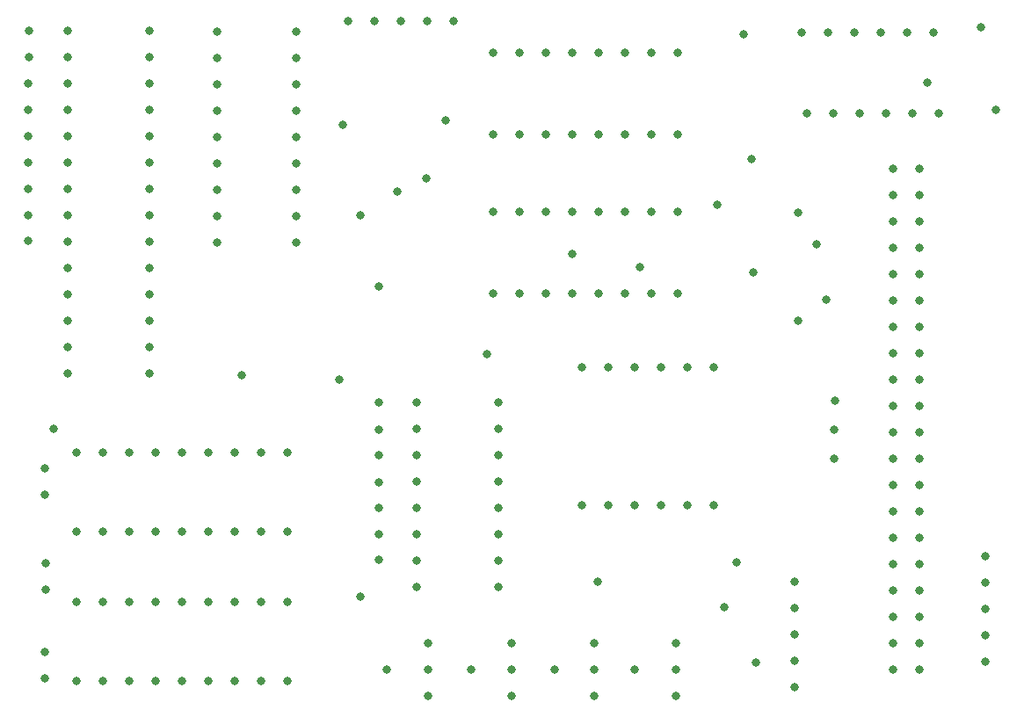
<source format=gbr>
*
%LPD*%
%LN_bot_drill*%
%FSLAX34Y34*%
%MOMM*%
%OFA0B0*%
%AD*%
%ADD010C,0.8000*%
G54D10*
G01X857300Y548300D03*
G01X857300Y522900D03*
G01X857300Y497500D03*
G01X857300Y472100D03*
G01X857300Y446700D03*
G01X857300Y421300D03*
G01X857300Y395900D03*
G01X857300Y370500D03*
G01X857300Y345100D03*
G01X857300Y319700D03*
G01X857300Y294300D03*
G01X857300Y268900D03*
G01X857300Y243500D03*
G01X857300Y218100D03*
G01X857300Y192700D03*
G01X857300Y167300D03*
G01X857300Y141900D03*
G01X857300Y116500D03*
G01X857300Y91100D03*
G01X857300Y65700D03*
G01X882700Y548300D03*
G01X882700Y522900D03*
G01X882700Y497500D03*
G01X882700Y472100D03*
G01X882700Y446700D03*
G01X882700Y421300D03*
G01X882700Y395900D03*
G01X882700Y370500D03*
G01X882700Y345100D03*
G01X882700Y319700D03*
G01X882700Y294300D03*
G01X882700Y268900D03*
G01X882700Y243500D03*
G01X882700Y218100D03*
G01X882700Y192700D03*
G01X882700Y167300D03*
G01X882700Y141900D03*
G01X882700Y116500D03*
G01X882700Y91100D03*
G01X882700Y65700D03*
G01X762000Y150000D03*
G01X762000Y124600D03*
G01X762000Y99200D03*
G01X762000Y73800D03*
G01X762000Y48400D03*
G01X40000Y234300D03*
G01X40000Y259700D03*
G01X41000Y142300D03*
G01X41000Y167700D03*
G01X40000Y57300D03*
G01X40000Y82700D03*
G01X650000Y428000D03*
G01X624600Y428000D03*
G01X599200Y428000D03*
G01X573800Y428000D03*
G01X548400Y428000D03*
G01X523000Y428000D03*
G01X497600Y428000D03*
G01X472200Y428000D03*
G01X650000Y506700D03*
G01X624600Y506700D03*
G01X599200Y506700D03*
G01X573800Y506700D03*
G01X548400Y506700D03*
G01X523000Y506700D03*
G01X497600Y506700D03*
G01X472200Y506700D03*
G01X650000Y581000D03*
G01X624600Y581000D03*
G01X599200Y581000D03*
G01X573800Y581000D03*
G01X548400Y581000D03*
G01X523000Y581000D03*
G01X497600Y581000D03*
G01X472200Y581000D03*
G01X650000Y659700D03*
G01X624600Y659700D03*
G01X599200Y659700D03*
G01X573800Y659700D03*
G01X548400Y659700D03*
G01X523000Y659700D03*
G01X497600Y659700D03*
G01X472200Y659700D03*
G01X409000Y91000D03*
G01X409000Y65600D03*
G01X409000Y40200D03*
G01X490000Y91000D03*
G01X490000Y65600D03*
G01X490000Y40200D03*
G01X569000Y91000D03*
G01X569000Y65600D03*
G01X569000Y40200D03*
G01X896000Y679000D03*
G01X870600Y679000D03*
G01X845200Y679000D03*
G01X819800Y679000D03*
G01X794400Y679000D03*
G01X769000Y679000D03*
G01X901000Y601000D03*
G01X875600Y601000D03*
G01X850200Y601000D03*
G01X824800Y601000D03*
G01X799400Y601000D03*
G01X774000Y601000D03*
G01X62000Y681000D03*
G01X62000Y655600D03*
G01X62000Y630200D03*
G01X62000Y604800D03*
G01X62000Y579400D03*
G01X62000Y554000D03*
G01X62000Y528600D03*
G01X62000Y503200D03*
G01X62000Y477800D03*
G01X62000Y452400D03*
G01X62000Y427000D03*
G01X62000Y401600D03*
G01X62000Y376200D03*
G01X62000Y350800D03*
G01X140700Y681000D03*
G01X140700Y655600D03*
G01X140700Y630200D03*
G01X140700Y604800D03*
G01X140700Y579400D03*
G01X140700Y554000D03*
G01X140700Y528600D03*
G01X140700Y503200D03*
G01X140700Y477800D03*
G01X140700Y452400D03*
G01X140700Y427000D03*
G01X140700Y401600D03*
G01X140700Y376200D03*
G01X140700Y350800D03*
G01X206000Y477000D03*
G01X206000Y502400D03*
G01X206000Y527800D03*
G01X206000Y553200D03*
G01X206000Y578600D03*
G01X206000Y604000D03*
G01X206000Y629400D03*
G01X206000Y654800D03*
G01X206000Y680200D03*
G01X282500Y477000D03*
G01X282500Y502400D03*
G01X282500Y527800D03*
G01X282500Y553200D03*
G01X282500Y578600D03*
G01X282500Y604000D03*
G01X282500Y629400D03*
G01X282500Y654800D03*
G01X282500Y680200D03*
G01X71000Y275000D03*
G01X96400Y275000D03*
G01X121800Y275000D03*
G01X147200Y275000D03*
G01X172600Y275000D03*
G01X198000Y275000D03*
G01X223400Y275000D03*
G01X248800Y275000D03*
G01X274200Y275000D03*
G01X71000Y198500D03*
G01X96400Y198500D03*
G01X121800Y198500D03*
G01X147200Y198500D03*
G01X172600Y198500D03*
G01X198000Y198500D03*
G01X223400Y198500D03*
G01X248800Y198500D03*
G01X274200Y198500D03*
G01X648000Y91000D03*
G01X648000Y65600D03*
G01X648000Y40200D03*
G01X398000Y145000D03*
G01X398000Y170400D03*
G01X398000Y195800D03*
G01X398000Y221200D03*
G01X398000Y246600D03*
G01X398000Y272000D03*
G01X398000Y297400D03*
G01X398000Y322800D03*
G01X476740Y145000D03*
G01X476740Y170400D03*
G01X476740Y195800D03*
G01X476740Y221200D03*
G01X476740Y246600D03*
G01X476740Y272000D03*
G01X476700Y297400D03*
G01X476700Y322800D03*
G01X684500Y356500D03*
G01X659100Y356500D03*
G01X633700Y356500D03*
G01X608300Y356500D03*
G01X582900Y356500D03*
G01X557500Y356500D03*
G01X684500Y223500D03*
G01X659100Y223500D03*
G01X633700Y223500D03*
G01X608300Y223500D03*
G01X582900Y223500D03*
G01X557500Y223500D03*
G01X71000Y131000D03*
G01X96400Y131000D03*
G01X121800Y131000D03*
G01X147200Y131000D03*
G01X172600Y131000D03*
G01X198000Y131000D03*
G01X223400Y131000D03*
G01X248800Y131000D03*
G01X274200Y131000D03*
G01X71000Y54500D03*
G01X96400Y54500D03*
G01X121800Y54500D03*
G01X147200Y54500D03*
G01X172600Y54500D03*
G01X198000Y54500D03*
G01X223400Y54500D03*
G01X248800Y54500D03*
G01X274200Y54500D03*
G01X946000Y175000D03*
G01X946000Y149600D03*
G01X946000Y124200D03*
G01X946000Y98800D03*
G01X946000Y73400D03*
G01X408300Y690000D03*
G01X433700Y690000D03*
G01X722500Y448000D03*
G01X362000Y435000D03*
G01X362000Y323000D03*
G01X766000Y402000D03*
G01X765500Y506000D03*
G01X24500Y528500D03*
G01X572500Y150500D03*
G01X383000Y690000D03*
G01X48500Y297500D03*
G01X800500Y269000D03*
G01X608500Y65500D03*
G01X24500Y503500D03*
G01X362000Y196000D03*
G01X327000Y590500D03*
G01X323500Y345000D03*
G01X800500Y297000D03*
G01X890500Y631000D03*
G01X229500Y349000D03*
G01X801500Y324500D03*
G01X466000Y369000D03*
G01X408000Y539000D03*
G01X24500Y554000D03*
G01X358000Y690000D03*
G01X706500Y169000D03*
G01X613000Y453500D03*
G01X362000Y221000D03*
G01X531500Y65500D03*
G01X362000Y297000D03*
G01X713000Y677500D03*
G01X941500Y684000D03*
G01X450500Y65500D03*
G01X721000Y557500D03*
G01X369500Y65500D03*
G01X24500Y478500D03*
G01X362000Y272000D03*
G01X426500Y595000D03*
G01X25000Y681000D03*
G01X332500Y690000D03*
G01X25000Y655500D03*
G01X362000Y246000D03*
G01X24500Y630000D03*
G01X793000Y421500D03*
G01X24500Y605000D03*
G01X695000Y125500D03*
G01X379500Y526000D03*
G01X783500Y475000D03*
G01X24500Y579500D03*
G01X548000Y466000D03*
G01X687500Y513000D03*
G01X344000Y503000D03*
G01X344000Y135500D03*
G01X725000Y72000D03*
G01X362000Y171000D03*
G01X956000Y605000D03*
M2*

</source>
